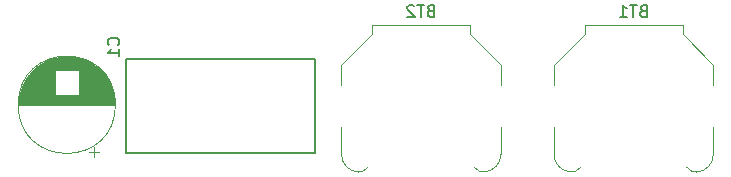
<source format=gbr>
%TF.GenerationSoftware,KiCad,Pcbnew,6.0.8-f2edbf62ab~116~ubuntu22.04.1*%
%TF.CreationDate,2022-10-15T18:03:24-07:00*%
%TF.ProjectId,syringe,73797269-6e67-4652-9e6b-696361645f70,rev?*%
%TF.SameCoordinates,Original*%
%TF.FileFunction,Legend,Bot*%
%TF.FilePolarity,Positive*%
%FSLAX46Y46*%
G04 Gerber Fmt 4.6, Leading zero omitted, Abs format (unit mm)*
G04 Created by KiCad (PCBNEW 6.0.8-f2edbf62ab~116~ubuntu22.04.1) date 2022-10-15 18:03:24*
%MOMM*%
%LPD*%
G01*
G04 APERTURE LIST*
%ADD10C,0.150000*%
%ADD11C,0.120000*%
G04 APERTURE END LIST*
D10*
X115000000Y-111000000D02*
X131000000Y-111000000D01*
X131000000Y-111000000D02*
X131000000Y-103000000D01*
X131000000Y-103000000D02*
X115000000Y-103000000D01*
X115000000Y-103000000D02*
X115000000Y-111000000D01*
%TO.C,C1*%
X114357142Y-101833333D02*
X114404761Y-101785714D01*
X114452380Y-101642857D01*
X114452380Y-101547619D01*
X114404761Y-101404761D01*
X114309523Y-101309523D01*
X114214285Y-101261904D01*
X114023809Y-101214285D01*
X113880952Y-101214285D01*
X113690476Y-101261904D01*
X113595238Y-101309523D01*
X113500000Y-101404761D01*
X113452380Y-101547619D01*
X113452380Y-101642857D01*
X113500000Y-101785714D01*
X113547619Y-101833333D01*
X114452380Y-102785714D02*
X114452380Y-102214285D01*
X114452380Y-102500000D02*
X113452380Y-102500000D01*
X113595238Y-102404761D01*
X113690476Y-102309523D01*
X113738095Y-102214285D01*
%TO.C,BT2*%
X140785714Y-98928571D02*
X140642857Y-98976190D01*
X140595238Y-99023809D01*
X140547619Y-99119047D01*
X140547619Y-99261904D01*
X140595238Y-99357142D01*
X140642857Y-99404761D01*
X140738095Y-99452380D01*
X141119047Y-99452380D01*
X141119047Y-98452380D01*
X140785714Y-98452380D01*
X140690476Y-98500000D01*
X140642857Y-98547619D01*
X140595238Y-98642857D01*
X140595238Y-98738095D01*
X140642857Y-98833333D01*
X140690476Y-98880952D01*
X140785714Y-98928571D01*
X141119047Y-98928571D01*
X140261904Y-98452380D02*
X139690476Y-98452380D01*
X139976190Y-99452380D02*
X139976190Y-98452380D01*
X139404761Y-98547619D02*
X139357142Y-98500000D01*
X139261904Y-98452380D01*
X139023809Y-98452380D01*
X138928571Y-98500000D01*
X138880952Y-98547619D01*
X138833333Y-98642857D01*
X138833333Y-98738095D01*
X138880952Y-98880952D01*
X139452380Y-99452380D01*
X138833333Y-99452380D01*
%TO.C,BT1*%
X158785714Y-98928571D02*
X158642857Y-98976190D01*
X158595238Y-99023809D01*
X158547619Y-99119047D01*
X158547619Y-99261904D01*
X158595238Y-99357142D01*
X158642857Y-99404761D01*
X158738095Y-99452380D01*
X159119047Y-99452380D01*
X159119047Y-98452380D01*
X158785714Y-98452380D01*
X158690476Y-98500000D01*
X158642857Y-98547619D01*
X158595238Y-98642857D01*
X158595238Y-98738095D01*
X158642857Y-98833333D01*
X158690476Y-98880952D01*
X158785714Y-98928571D01*
X159119047Y-98928571D01*
X158261904Y-98452380D02*
X157690476Y-98452380D01*
X157976190Y-99452380D02*
X157976190Y-98452380D01*
X156833333Y-99452380D02*
X157404761Y-99452380D01*
X157119047Y-99452380D02*
X157119047Y-98452380D01*
X157214285Y-98595238D01*
X157309523Y-98690476D01*
X157404761Y-98738095D01*
D11*
%TO.C,C1*%
X108960000Y-105861651D02*
X106053000Y-105861651D01*
X111346000Y-103021651D02*
X108654000Y-103021651D01*
X113055000Y-104181651D02*
X111040000Y-104181651D01*
X111813000Y-103221651D02*
X108187000Y-103221651D01*
X114024000Y-106222651D02*
X105976000Y-106222651D01*
X108960000Y-104581651D02*
X106635000Y-104581651D01*
X113914000Y-105741651D02*
X111040000Y-105741651D01*
X113019000Y-104141651D02*
X111040000Y-104141651D01*
X112651000Y-103781651D02*
X107349000Y-103781651D01*
X114017000Y-106181651D02*
X105983000Y-106181651D01*
X113877000Y-105621651D02*
X111040000Y-105621651D01*
X108960000Y-104821651D02*
X106483000Y-104821651D01*
X113994000Y-106061651D02*
X106006000Y-106061651D01*
X113985000Y-106021651D02*
X111040000Y-106021651D01*
X113309000Y-104501651D02*
X111040000Y-104501651D01*
X108960000Y-104341651D02*
X106811000Y-104341651D01*
X108960000Y-104181651D02*
X106945000Y-104181651D01*
X113936000Y-105821651D02*
X111040000Y-105821651D01*
X108960000Y-104101651D02*
X107017000Y-104101651D01*
X108960000Y-104781651D02*
X106507000Y-104781651D01*
X108960000Y-105181651D02*
X106296000Y-105181651D01*
X113821000Y-105461651D02*
X111040000Y-105461651D01*
X112826000Y-103941651D02*
X107174000Y-103941651D01*
X108960000Y-105741651D02*
X106086000Y-105741651D01*
X114080000Y-106862651D02*
X105920000Y-106862651D01*
X112166000Y-103421651D02*
X107834000Y-103421651D01*
X113220000Y-104381651D02*
X111040000Y-104381651D01*
X113444000Y-104701651D02*
X111040000Y-104701651D01*
X108960000Y-105701651D02*
X106098000Y-105701651D01*
X113740000Y-105261651D02*
X111040000Y-105261651D01*
X108960000Y-105501651D02*
X106165000Y-105501651D01*
X108960000Y-105341651D02*
X106226000Y-105341651D01*
X113493000Y-104781651D02*
X111040000Y-104781651D01*
X114002000Y-106101651D02*
X105998000Y-106101651D01*
X114071000Y-106622651D02*
X105929000Y-106622651D01*
X113250000Y-104421651D02*
X111040000Y-104421651D01*
X110768000Y-102861651D02*
X109232000Y-102861651D01*
X111645000Y-103141651D02*
X108355000Y-103141651D01*
X114037000Y-106302651D02*
X105963000Y-106302651D01*
X108960000Y-104861651D02*
X106460000Y-104861651D01*
X108960000Y-104061651D02*
X107055000Y-104061651D01*
X108960000Y-105941651D02*
X106033000Y-105941651D01*
X112556000Y-103701651D02*
X107444000Y-103701651D01*
X114010000Y-106141651D02*
X105990000Y-106141651D01*
X113805000Y-105421651D02*
X111040000Y-105421651D01*
X112034000Y-103341651D02*
X107966000Y-103341651D01*
X113686000Y-105141651D02*
X111040000Y-105141651D01*
X108960000Y-105261651D02*
X106260000Y-105261651D01*
X108960000Y-105061651D02*
X106353000Y-105061651D01*
X110533000Y-102821651D02*
X109467000Y-102821651D01*
X113156000Y-104301651D02*
X111040000Y-104301651D01*
X113392000Y-104621651D02*
X111040000Y-104621651D01*
X113627000Y-105021651D02*
X111040000Y-105021651D01*
X114057000Y-106462651D02*
X105943000Y-106462651D01*
X112102000Y-103381651D02*
X107898000Y-103381651D01*
X113338000Y-104541651D02*
X111040000Y-104541651D01*
X112715000Y-110912349D02*
X111915000Y-110912349D01*
X113967000Y-105941651D02*
X111040000Y-105941651D01*
X108960000Y-105981651D02*
X106024000Y-105981651D01*
X113584000Y-104941651D02*
X111040000Y-104941651D01*
X113889000Y-105661651D02*
X111040000Y-105661651D01*
X112454000Y-103621651D02*
X107546000Y-103621651D01*
X114074000Y-106662651D02*
X105926000Y-106662651D01*
X108960000Y-104221651D02*
X106910000Y-104221651D01*
X108960000Y-104701651D02*
X106556000Y-104701651D01*
X113757000Y-105301651D02*
X111040000Y-105301651D01*
X113365000Y-104581651D02*
X111040000Y-104581651D01*
X113774000Y-105341651D02*
X111040000Y-105341651D01*
X112400000Y-103581651D02*
X107600000Y-103581651D01*
X108960000Y-104941651D02*
X106416000Y-104941651D01*
X113850000Y-105541651D02*
X111040000Y-105541651D01*
X113957000Y-105901651D02*
X111040000Y-105901651D01*
X113517000Y-104821651D02*
X111040000Y-104821651D01*
X112315000Y-111312349D02*
X112315000Y-110512349D01*
X108960000Y-105381651D02*
X106210000Y-105381651D01*
X108960000Y-104621651D02*
X106608000Y-104621651D01*
X113469000Y-104741651D02*
X111040000Y-104741651D01*
X108960000Y-104541651D02*
X106662000Y-104541651D01*
X114068000Y-106582651D02*
X105932000Y-106582651D01*
X112784000Y-103901651D02*
X107216000Y-103901651D01*
X111552000Y-103101651D02*
X108448000Y-103101651D01*
X112867000Y-103981651D02*
X111040000Y-103981651D01*
X108960000Y-104981651D02*
X106394000Y-104981651D01*
X112741000Y-103861651D02*
X107259000Y-103861651D01*
X114065000Y-106542651D02*
X105935000Y-106542651D01*
X113902000Y-105701651D02*
X111040000Y-105701651D01*
X111890000Y-103261651D02*
X108110000Y-103261651D01*
X112287000Y-103501651D02*
X107713000Y-103501651D01*
X108960000Y-104501651D02*
X106691000Y-104501651D01*
X112228000Y-103461651D02*
X107772000Y-103461651D01*
X110948000Y-102901651D02*
X109052000Y-102901651D01*
X114042000Y-106342651D02*
X105958000Y-106342651D01*
X113189000Y-104341651D02*
X111040000Y-104341651D01*
X113090000Y-104221651D02*
X111040000Y-104221651D01*
X114080000Y-106822651D02*
X105920000Y-106822651D01*
X111098000Y-102941651D02*
X108902000Y-102941651D01*
X113790000Y-105381651D02*
X111040000Y-105381651D01*
X113418000Y-104661651D02*
X111040000Y-104661651D01*
X112983000Y-104101651D02*
X111040000Y-104101651D01*
X113540000Y-104861651D02*
X111040000Y-104861651D01*
X112697000Y-103821651D02*
X107303000Y-103821651D01*
X112945000Y-104061651D02*
X111040000Y-104061651D01*
X113976000Y-105981651D02*
X111040000Y-105981651D01*
X108960000Y-104261651D02*
X106876000Y-104261651D01*
X111964000Y-103301651D02*
X108036000Y-103301651D01*
X108960000Y-105901651D02*
X106043000Y-105901651D01*
X113704000Y-105181651D02*
X111040000Y-105181651D01*
X114076000Y-106702651D02*
X105924000Y-106702651D01*
X108960000Y-105821651D02*
X106064000Y-105821651D01*
X108960000Y-105661651D02*
X106111000Y-105661651D01*
X111453000Y-103061651D02*
X108547000Y-103061651D01*
X108960000Y-105301651D02*
X106243000Y-105301651D01*
X108960000Y-104141651D02*
X106981000Y-104141651D01*
X114061000Y-106502651D02*
X105939000Y-106502651D01*
X108960000Y-106021651D02*
X106015000Y-106021651D01*
X113124000Y-104261651D02*
X111040000Y-104261651D01*
X114052000Y-106422651D02*
X105948000Y-106422651D01*
X111731000Y-103181651D02*
X108269000Y-103181651D01*
X108960000Y-104461651D02*
X106720000Y-104461651D01*
X113722000Y-105221651D02*
X111040000Y-105221651D01*
X113835000Y-105501651D02*
X111040000Y-105501651D01*
X108960000Y-104741651D02*
X106531000Y-104741651D01*
X112505000Y-103661651D02*
X107495000Y-103661651D01*
X112345000Y-103541651D02*
X107655000Y-103541651D01*
X114079000Y-106782651D02*
X105921000Y-106782651D01*
X113947000Y-105861651D02*
X111040000Y-105861651D01*
X108960000Y-105541651D02*
X106150000Y-105541651D01*
X113280000Y-104461651D02*
X111040000Y-104461651D01*
X108960000Y-104661651D02*
X106582000Y-104661651D01*
X113606000Y-104981651D02*
X111040000Y-104981651D01*
X108960000Y-105621651D02*
X106123000Y-105621651D01*
X108960000Y-105581651D02*
X106137000Y-105581651D01*
X108960000Y-105221651D02*
X106278000Y-105221651D01*
X113562000Y-104901651D02*
X111040000Y-104901651D01*
X108960000Y-105421651D02*
X106195000Y-105421651D01*
X114030000Y-106262651D02*
X105970000Y-106262651D01*
X108960000Y-104421651D02*
X106750000Y-104421651D01*
X108960000Y-105781651D02*
X106075000Y-105781651D01*
X114080000Y-106902651D02*
X105920000Y-106902651D01*
X108960000Y-104021651D02*
X107093000Y-104021651D01*
X108960000Y-105021651D02*
X106373000Y-105021651D01*
X108960000Y-103981651D02*
X107133000Y-103981651D01*
X112604000Y-103741651D02*
X107396000Y-103741651D01*
X114048000Y-106382651D02*
X105952000Y-106382651D01*
X108960000Y-105141651D02*
X106314000Y-105141651D01*
X113666000Y-105101651D02*
X111040000Y-105101651D01*
X113647000Y-105061651D02*
X111040000Y-105061651D01*
X108960000Y-105461651D02*
X106179000Y-105461651D01*
X108960000Y-104301651D02*
X106844000Y-104301651D01*
X113925000Y-105781651D02*
X111040000Y-105781651D01*
X112907000Y-104021651D02*
X111040000Y-104021651D01*
X114077000Y-106742651D02*
X105923000Y-106742651D01*
X111229000Y-102981651D02*
X108771000Y-102981651D01*
X108960000Y-104381651D02*
X106780000Y-104381651D01*
X108960000Y-105101651D02*
X106334000Y-105101651D01*
X113863000Y-105581651D02*
X111040000Y-105581651D01*
X108960000Y-104901651D02*
X106438000Y-104901651D01*
X114120000Y-106902651D02*
G75*
G03*
X114120000Y-106902651I-4120000J0D01*
G01*
%TO.C,BT2*%
X146750000Y-108800000D02*
X146750000Y-111100000D01*
X135850000Y-100150000D02*
X135850000Y-100950000D01*
X146750000Y-103550000D02*
X144150000Y-100950000D01*
X146750000Y-105200000D02*
X146750000Y-103550000D01*
X133250000Y-108800000D02*
X133250000Y-111100000D01*
X144150000Y-100950000D02*
X144150000Y-100150000D01*
X144150000Y-100150000D02*
X135850000Y-100150000D01*
X135850000Y-100950000D02*
X133250000Y-103550000D01*
X133250000Y-103550000D02*
X133250000Y-105200000D01*
X144500000Y-112200000D02*
G75*
G03*
X145414615Y-112584160I790000J600001D01*
G01*
X133250000Y-111050000D02*
G75*
G03*
X134700000Y-112600000I1500000J-50000D01*
G01*
X134585385Y-112584160D02*
G75*
G03*
X135500000Y-112200000I124615J984160D01*
G01*
X145300000Y-112600000D02*
G75*
G03*
X146750000Y-111050000I-49999J1499999D01*
G01*
%TO.C,BT1*%
X164750000Y-108800000D02*
X164750000Y-111100000D01*
X153850000Y-100150000D02*
X153850000Y-100950000D01*
X164750000Y-103550000D02*
X162150000Y-100950000D01*
X164750000Y-105200000D02*
X164750000Y-103550000D01*
X151250000Y-108800000D02*
X151250000Y-111100000D01*
X162150000Y-100950000D02*
X162150000Y-100150000D01*
X162150000Y-100150000D02*
X153850000Y-100150000D01*
X153850000Y-100950000D02*
X151250000Y-103550000D01*
X151250000Y-103550000D02*
X151250000Y-105200000D01*
X162500000Y-112200000D02*
G75*
G03*
X163414615Y-112584160I790000J600001D01*
G01*
X151250000Y-111050000D02*
G75*
G03*
X152700000Y-112600000I1500000J-50000D01*
G01*
X152585385Y-112584160D02*
G75*
G03*
X153500000Y-112200000I124615J984160D01*
G01*
X163300000Y-112600000D02*
G75*
G03*
X164750000Y-111050000I-49999J1499999D01*
G01*
%TD*%
M02*

</source>
